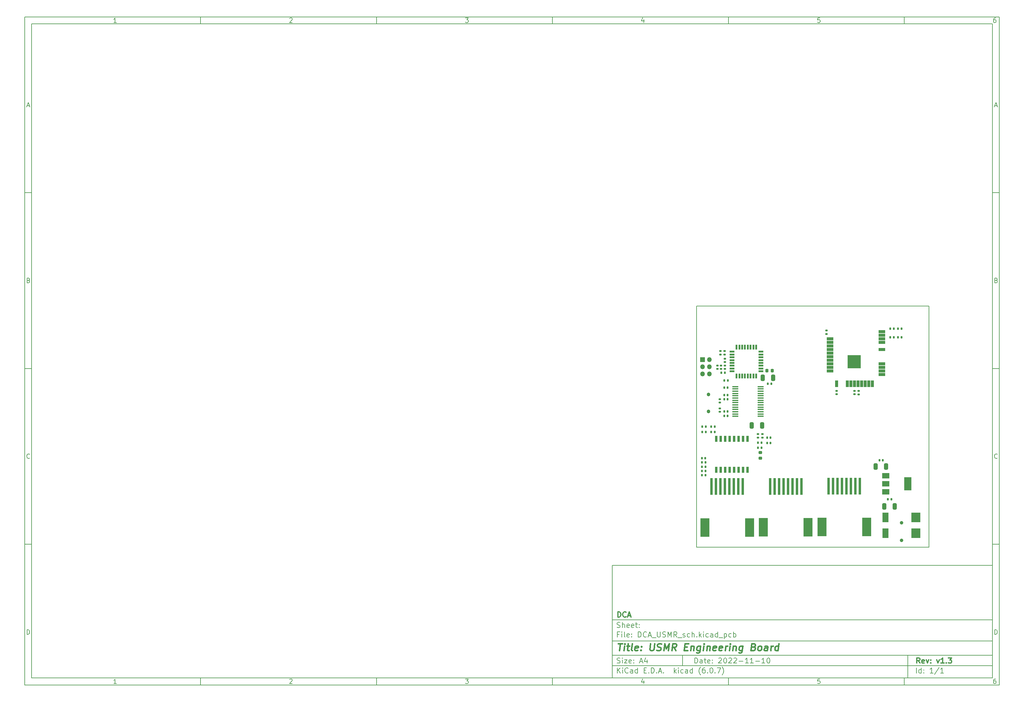
<source format=gts>
%TF.GenerationSoftware,KiCad,Pcbnew,(6.0.7)*%
%TF.CreationDate,2023-02-07T14:26:13-05:00*%
%TF.ProjectId,DCA_USMR_sch,4443415f-5553-44d5-925f-7363682e6b69,v1.3*%
%TF.SameCoordinates,Original*%
%TF.FileFunction,Soldermask,Top*%
%TF.FilePolarity,Negative*%
%FSLAX46Y46*%
G04 Gerber Fmt 4.6, Leading zero omitted, Abs format (unit mm)*
G04 Created by KiCad (PCBNEW (6.0.7)) date 2023-02-07 14:26:13*
%MOMM*%
%LPD*%
G01*
G04 APERTURE LIST*
G04 Aperture macros list*
%AMRoundRect*
0 Rectangle with rounded corners*
0 $1 Rounding radius*
0 $2 $3 $4 $5 $6 $7 $8 $9 X,Y pos of 4 corners*
0 Add a 4 corners polygon primitive as box body*
4,1,4,$2,$3,$4,$5,$6,$7,$8,$9,$2,$3,0*
0 Add four circle primitives for the rounded corners*
1,1,$1+$1,$2,$3*
1,1,$1+$1,$4,$5*
1,1,$1+$1,$6,$7*
1,1,$1+$1,$8,$9*
0 Add four rect primitives between the rounded corners*
20,1,$1+$1,$2,$3,$4,$5,0*
20,1,$1+$1,$4,$5,$6,$7,0*
20,1,$1+$1,$6,$7,$8,$9,0*
20,1,$1+$1,$8,$9,$2,$3,0*%
G04 Aperture macros list end*
%ADD10C,0.100000*%
%ADD11C,0.150000*%
%ADD12C,0.300000*%
%ADD13C,0.400000*%
%TA.AperFunction,Profile*%
%ADD14C,0.200000*%
%TD*%
%ADD15RoundRect,0.140000X-0.170000X0.140000X-0.170000X-0.140000X0.170000X-0.140000X0.170000X0.140000X0*%
%ADD16RoundRect,0.140000X-0.140000X-0.170000X0.140000X-0.170000X0.140000X0.170000X-0.140000X0.170000X0*%
%ADD17RoundRect,0.140000X0.140000X0.170000X-0.140000X0.170000X-0.140000X-0.170000X0.140000X-0.170000X0*%
%ADD18R,0.760000X1.700000*%
%ADD19RoundRect,0.250000X0.325000X0.650000X-0.325000X0.650000X-0.325000X-0.650000X0.325000X-0.650000X0*%
%ADD20RoundRect,0.147500X-0.147500X-0.172500X0.147500X-0.172500X0.147500X0.172500X-0.147500X0.172500X0*%
%ADD21RoundRect,0.135000X0.135000X0.185000X-0.135000X0.185000X-0.135000X-0.185000X0.135000X-0.185000X0*%
%ADD22RoundRect,0.135000X-0.185000X0.135000X-0.185000X-0.135000X0.185000X-0.135000X0.185000X0.135000X0*%
%ADD23R,0.635000X4.749800*%
%ADD24R,2.540000X5.207000*%
%ADD25R,0.507200X1.461999*%
%ADD26R,1.461999X0.507200*%
%ADD27RoundRect,0.147500X0.147500X0.172500X-0.147500X0.172500X-0.147500X-0.172500X0.147500X-0.172500X0*%
%ADD28RoundRect,0.140000X0.170000X-0.140000X0.170000X0.140000X-0.170000X0.140000X-0.170000X-0.140000X0*%
%ADD29C,1.000000*%
%ADD30R,1.700000X2.800000*%
%ADD31R,2.600000X2.800000*%
%ADD32R,2.000000X1.500000*%
%ADD33R,2.000000X3.800000*%
%ADD34RoundRect,0.250000X-0.325000X-0.650000X0.325000X-0.650000X0.325000X0.650000X-0.325000X0.650000X0*%
%ADD35RoundRect,0.135000X-0.135000X-0.185000X0.135000X-0.185000X0.135000X0.185000X-0.135000X0.185000X0*%
%ADD36R,1.905000X0.812800*%
%ADD37R,0.812800X1.905000*%
%ADD38R,3.708400X3.708400*%
%ADD39R,1.750000X0.450000*%
%ADD40R,1.350000X1.350000*%
%ADD41O,1.350000X1.350000*%
%ADD42RoundRect,0.218750X-0.256250X0.218750X-0.256250X-0.218750X0.256250X-0.218750X0.256250X0.218750X0*%
%ADD43RoundRect,0.135000X0.185000X-0.135000X0.185000X0.135000X-0.185000X0.135000X-0.185000X-0.135000X0*%
%ADD44RoundRect,0.218750X0.218750X0.256250X-0.218750X0.256250X-0.218750X-0.256250X0.218750X-0.256250X0*%
%ADD45C,1.030000*%
G04 APERTURE END LIST*
D10*
D11*
X177002200Y-166007200D02*
X177002200Y-198007200D01*
X285002200Y-198007200D01*
X285002200Y-166007200D01*
X177002200Y-166007200D01*
D10*
D11*
X10000000Y-10000000D02*
X10000000Y-200007200D01*
X287002200Y-200007200D01*
X287002200Y-10000000D01*
X10000000Y-10000000D01*
D10*
D11*
X12000000Y-12000000D02*
X12000000Y-198007200D01*
X285002200Y-198007200D01*
X285002200Y-12000000D01*
X12000000Y-12000000D01*
D10*
D11*
X60000000Y-12000000D02*
X60000000Y-10000000D01*
D10*
D11*
X110000000Y-12000000D02*
X110000000Y-10000000D01*
D10*
D11*
X160000000Y-12000000D02*
X160000000Y-10000000D01*
D10*
D11*
X210000000Y-12000000D02*
X210000000Y-10000000D01*
D10*
D11*
X260000000Y-12000000D02*
X260000000Y-10000000D01*
D10*
D11*
X36065476Y-11588095D02*
X35322619Y-11588095D01*
X35694047Y-11588095D02*
X35694047Y-10288095D01*
X35570238Y-10473809D01*
X35446428Y-10597619D01*
X35322619Y-10659523D01*
D10*
D11*
X85322619Y-10411904D02*
X85384523Y-10350000D01*
X85508333Y-10288095D01*
X85817857Y-10288095D01*
X85941666Y-10350000D01*
X86003571Y-10411904D01*
X86065476Y-10535714D01*
X86065476Y-10659523D01*
X86003571Y-10845238D01*
X85260714Y-11588095D01*
X86065476Y-11588095D01*
D10*
D11*
X135260714Y-10288095D02*
X136065476Y-10288095D01*
X135632142Y-10783333D01*
X135817857Y-10783333D01*
X135941666Y-10845238D01*
X136003571Y-10907142D01*
X136065476Y-11030952D01*
X136065476Y-11340476D01*
X136003571Y-11464285D01*
X135941666Y-11526190D01*
X135817857Y-11588095D01*
X135446428Y-11588095D01*
X135322619Y-11526190D01*
X135260714Y-11464285D01*
D10*
D11*
X185941666Y-10721428D02*
X185941666Y-11588095D01*
X185632142Y-10226190D02*
X185322619Y-11154761D01*
X186127380Y-11154761D01*
D10*
D11*
X236003571Y-10288095D02*
X235384523Y-10288095D01*
X235322619Y-10907142D01*
X235384523Y-10845238D01*
X235508333Y-10783333D01*
X235817857Y-10783333D01*
X235941666Y-10845238D01*
X236003571Y-10907142D01*
X236065476Y-11030952D01*
X236065476Y-11340476D01*
X236003571Y-11464285D01*
X235941666Y-11526190D01*
X235817857Y-11588095D01*
X235508333Y-11588095D01*
X235384523Y-11526190D01*
X235322619Y-11464285D01*
D10*
D11*
X285941666Y-10288095D02*
X285694047Y-10288095D01*
X285570238Y-10350000D01*
X285508333Y-10411904D01*
X285384523Y-10597619D01*
X285322619Y-10845238D01*
X285322619Y-11340476D01*
X285384523Y-11464285D01*
X285446428Y-11526190D01*
X285570238Y-11588095D01*
X285817857Y-11588095D01*
X285941666Y-11526190D01*
X286003571Y-11464285D01*
X286065476Y-11340476D01*
X286065476Y-11030952D01*
X286003571Y-10907142D01*
X285941666Y-10845238D01*
X285817857Y-10783333D01*
X285570238Y-10783333D01*
X285446428Y-10845238D01*
X285384523Y-10907142D01*
X285322619Y-11030952D01*
D10*
D11*
X60000000Y-198007200D02*
X60000000Y-200007200D01*
D10*
D11*
X110000000Y-198007200D02*
X110000000Y-200007200D01*
D10*
D11*
X160000000Y-198007200D02*
X160000000Y-200007200D01*
D10*
D11*
X210000000Y-198007200D02*
X210000000Y-200007200D01*
D10*
D11*
X260000000Y-198007200D02*
X260000000Y-200007200D01*
D10*
D11*
X36065476Y-199595295D02*
X35322619Y-199595295D01*
X35694047Y-199595295D02*
X35694047Y-198295295D01*
X35570238Y-198481009D01*
X35446428Y-198604819D01*
X35322619Y-198666723D01*
D10*
D11*
X85322619Y-198419104D02*
X85384523Y-198357200D01*
X85508333Y-198295295D01*
X85817857Y-198295295D01*
X85941666Y-198357200D01*
X86003571Y-198419104D01*
X86065476Y-198542914D01*
X86065476Y-198666723D01*
X86003571Y-198852438D01*
X85260714Y-199595295D01*
X86065476Y-199595295D01*
D10*
D11*
X135260714Y-198295295D02*
X136065476Y-198295295D01*
X135632142Y-198790533D01*
X135817857Y-198790533D01*
X135941666Y-198852438D01*
X136003571Y-198914342D01*
X136065476Y-199038152D01*
X136065476Y-199347676D01*
X136003571Y-199471485D01*
X135941666Y-199533390D01*
X135817857Y-199595295D01*
X135446428Y-199595295D01*
X135322619Y-199533390D01*
X135260714Y-199471485D01*
D10*
D11*
X185941666Y-198728628D02*
X185941666Y-199595295D01*
X185632142Y-198233390D02*
X185322619Y-199161961D01*
X186127380Y-199161961D01*
D10*
D11*
X236003571Y-198295295D02*
X235384523Y-198295295D01*
X235322619Y-198914342D01*
X235384523Y-198852438D01*
X235508333Y-198790533D01*
X235817857Y-198790533D01*
X235941666Y-198852438D01*
X236003571Y-198914342D01*
X236065476Y-199038152D01*
X236065476Y-199347676D01*
X236003571Y-199471485D01*
X235941666Y-199533390D01*
X235817857Y-199595295D01*
X235508333Y-199595295D01*
X235384523Y-199533390D01*
X235322619Y-199471485D01*
D10*
D11*
X285941666Y-198295295D02*
X285694047Y-198295295D01*
X285570238Y-198357200D01*
X285508333Y-198419104D01*
X285384523Y-198604819D01*
X285322619Y-198852438D01*
X285322619Y-199347676D01*
X285384523Y-199471485D01*
X285446428Y-199533390D01*
X285570238Y-199595295D01*
X285817857Y-199595295D01*
X285941666Y-199533390D01*
X286003571Y-199471485D01*
X286065476Y-199347676D01*
X286065476Y-199038152D01*
X286003571Y-198914342D01*
X285941666Y-198852438D01*
X285817857Y-198790533D01*
X285570238Y-198790533D01*
X285446428Y-198852438D01*
X285384523Y-198914342D01*
X285322619Y-199038152D01*
D10*
D11*
X10000000Y-60000000D02*
X12000000Y-60000000D01*
D10*
D11*
X10000000Y-110000000D02*
X12000000Y-110000000D01*
D10*
D11*
X10000000Y-160000000D02*
X12000000Y-160000000D01*
D10*
D11*
X10690476Y-35216666D02*
X11309523Y-35216666D01*
X10566666Y-35588095D02*
X11000000Y-34288095D01*
X11433333Y-35588095D01*
D10*
D11*
X11092857Y-84907142D02*
X11278571Y-84969047D01*
X11340476Y-85030952D01*
X11402380Y-85154761D01*
X11402380Y-85340476D01*
X11340476Y-85464285D01*
X11278571Y-85526190D01*
X11154761Y-85588095D01*
X10659523Y-85588095D01*
X10659523Y-84288095D01*
X11092857Y-84288095D01*
X11216666Y-84350000D01*
X11278571Y-84411904D01*
X11340476Y-84535714D01*
X11340476Y-84659523D01*
X11278571Y-84783333D01*
X11216666Y-84845238D01*
X11092857Y-84907142D01*
X10659523Y-84907142D01*
D10*
D11*
X11402380Y-135464285D02*
X11340476Y-135526190D01*
X11154761Y-135588095D01*
X11030952Y-135588095D01*
X10845238Y-135526190D01*
X10721428Y-135402380D01*
X10659523Y-135278571D01*
X10597619Y-135030952D01*
X10597619Y-134845238D01*
X10659523Y-134597619D01*
X10721428Y-134473809D01*
X10845238Y-134350000D01*
X11030952Y-134288095D01*
X11154761Y-134288095D01*
X11340476Y-134350000D01*
X11402380Y-134411904D01*
D10*
D11*
X10659523Y-185588095D02*
X10659523Y-184288095D01*
X10969047Y-184288095D01*
X11154761Y-184350000D01*
X11278571Y-184473809D01*
X11340476Y-184597619D01*
X11402380Y-184845238D01*
X11402380Y-185030952D01*
X11340476Y-185278571D01*
X11278571Y-185402380D01*
X11154761Y-185526190D01*
X10969047Y-185588095D01*
X10659523Y-185588095D01*
D10*
D11*
X287002200Y-60000000D02*
X285002200Y-60000000D01*
D10*
D11*
X287002200Y-110000000D02*
X285002200Y-110000000D01*
D10*
D11*
X287002200Y-160000000D02*
X285002200Y-160000000D01*
D10*
D11*
X285692676Y-35216666D02*
X286311723Y-35216666D01*
X285568866Y-35588095D02*
X286002200Y-34288095D01*
X286435533Y-35588095D01*
D10*
D11*
X286095057Y-84907142D02*
X286280771Y-84969047D01*
X286342676Y-85030952D01*
X286404580Y-85154761D01*
X286404580Y-85340476D01*
X286342676Y-85464285D01*
X286280771Y-85526190D01*
X286156961Y-85588095D01*
X285661723Y-85588095D01*
X285661723Y-84288095D01*
X286095057Y-84288095D01*
X286218866Y-84350000D01*
X286280771Y-84411904D01*
X286342676Y-84535714D01*
X286342676Y-84659523D01*
X286280771Y-84783333D01*
X286218866Y-84845238D01*
X286095057Y-84907142D01*
X285661723Y-84907142D01*
D10*
D11*
X286404580Y-135464285D02*
X286342676Y-135526190D01*
X286156961Y-135588095D01*
X286033152Y-135588095D01*
X285847438Y-135526190D01*
X285723628Y-135402380D01*
X285661723Y-135278571D01*
X285599819Y-135030952D01*
X285599819Y-134845238D01*
X285661723Y-134597619D01*
X285723628Y-134473809D01*
X285847438Y-134350000D01*
X286033152Y-134288095D01*
X286156961Y-134288095D01*
X286342676Y-134350000D01*
X286404580Y-134411904D01*
D10*
D11*
X285661723Y-185588095D02*
X285661723Y-184288095D01*
X285971247Y-184288095D01*
X286156961Y-184350000D01*
X286280771Y-184473809D01*
X286342676Y-184597619D01*
X286404580Y-184845238D01*
X286404580Y-185030952D01*
X286342676Y-185278571D01*
X286280771Y-185402380D01*
X286156961Y-185526190D01*
X285971247Y-185588095D01*
X285661723Y-185588095D01*
D10*
D11*
X200434342Y-193785771D02*
X200434342Y-192285771D01*
X200791485Y-192285771D01*
X201005771Y-192357200D01*
X201148628Y-192500057D01*
X201220057Y-192642914D01*
X201291485Y-192928628D01*
X201291485Y-193142914D01*
X201220057Y-193428628D01*
X201148628Y-193571485D01*
X201005771Y-193714342D01*
X200791485Y-193785771D01*
X200434342Y-193785771D01*
X202577200Y-193785771D02*
X202577200Y-193000057D01*
X202505771Y-192857200D01*
X202362914Y-192785771D01*
X202077200Y-192785771D01*
X201934342Y-192857200D01*
X202577200Y-193714342D02*
X202434342Y-193785771D01*
X202077200Y-193785771D01*
X201934342Y-193714342D01*
X201862914Y-193571485D01*
X201862914Y-193428628D01*
X201934342Y-193285771D01*
X202077200Y-193214342D01*
X202434342Y-193214342D01*
X202577200Y-193142914D01*
X203077200Y-192785771D02*
X203648628Y-192785771D01*
X203291485Y-192285771D02*
X203291485Y-193571485D01*
X203362914Y-193714342D01*
X203505771Y-193785771D01*
X203648628Y-193785771D01*
X204720057Y-193714342D02*
X204577200Y-193785771D01*
X204291485Y-193785771D01*
X204148628Y-193714342D01*
X204077200Y-193571485D01*
X204077200Y-193000057D01*
X204148628Y-192857200D01*
X204291485Y-192785771D01*
X204577200Y-192785771D01*
X204720057Y-192857200D01*
X204791485Y-193000057D01*
X204791485Y-193142914D01*
X204077200Y-193285771D01*
X205434342Y-193642914D02*
X205505771Y-193714342D01*
X205434342Y-193785771D01*
X205362914Y-193714342D01*
X205434342Y-193642914D01*
X205434342Y-193785771D01*
X205434342Y-192857200D02*
X205505771Y-192928628D01*
X205434342Y-193000057D01*
X205362914Y-192928628D01*
X205434342Y-192857200D01*
X205434342Y-193000057D01*
X207220057Y-192428628D02*
X207291485Y-192357200D01*
X207434342Y-192285771D01*
X207791485Y-192285771D01*
X207934342Y-192357200D01*
X208005771Y-192428628D01*
X208077200Y-192571485D01*
X208077200Y-192714342D01*
X208005771Y-192928628D01*
X207148628Y-193785771D01*
X208077200Y-193785771D01*
X209005771Y-192285771D02*
X209148628Y-192285771D01*
X209291485Y-192357200D01*
X209362914Y-192428628D01*
X209434342Y-192571485D01*
X209505771Y-192857200D01*
X209505771Y-193214342D01*
X209434342Y-193500057D01*
X209362914Y-193642914D01*
X209291485Y-193714342D01*
X209148628Y-193785771D01*
X209005771Y-193785771D01*
X208862914Y-193714342D01*
X208791485Y-193642914D01*
X208720057Y-193500057D01*
X208648628Y-193214342D01*
X208648628Y-192857200D01*
X208720057Y-192571485D01*
X208791485Y-192428628D01*
X208862914Y-192357200D01*
X209005771Y-192285771D01*
X210077200Y-192428628D02*
X210148628Y-192357200D01*
X210291485Y-192285771D01*
X210648628Y-192285771D01*
X210791485Y-192357200D01*
X210862914Y-192428628D01*
X210934342Y-192571485D01*
X210934342Y-192714342D01*
X210862914Y-192928628D01*
X210005771Y-193785771D01*
X210934342Y-193785771D01*
X211505771Y-192428628D02*
X211577200Y-192357200D01*
X211720057Y-192285771D01*
X212077200Y-192285771D01*
X212220057Y-192357200D01*
X212291485Y-192428628D01*
X212362914Y-192571485D01*
X212362914Y-192714342D01*
X212291485Y-192928628D01*
X211434342Y-193785771D01*
X212362914Y-193785771D01*
X213005771Y-193214342D02*
X214148628Y-193214342D01*
X215648628Y-193785771D02*
X214791485Y-193785771D01*
X215220057Y-193785771D02*
X215220057Y-192285771D01*
X215077200Y-192500057D01*
X214934342Y-192642914D01*
X214791485Y-192714342D01*
X217077200Y-193785771D02*
X216220057Y-193785771D01*
X216648628Y-193785771D02*
X216648628Y-192285771D01*
X216505771Y-192500057D01*
X216362914Y-192642914D01*
X216220057Y-192714342D01*
X217720057Y-193214342D02*
X218862914Y-193214342D01*
X220362914Y-193785771D02*
X219505771Y-193785771D01*
X219934342Y-193785771D02*
X219934342Y-192285771D01*
X219791485Y-192500057D01*
X219648628Y-192642914D01*
X219505771Y-192714342D01*
X221291485Y-192285771D02*
X221434342Y-192285771D01*
X221577200Y-192357200D01*
X221648628Y-192428628D01*
X221720057Y-192571485D01*
X221791485Y-192857200D01*
X221791485Y-193214342D01*
X221720057Y-193500057D01*
X221648628Y-193642914D01*
X221577200Y-193714342D01*
X221434342Y-193785771D01*
X221291485Y-193785771D01*
X221148628Y-193714342D01*
X221077200Y-193642914D01*
X221005771Y-193500057D01*
X220934342Y-193214342D01*
X220934342Y-192857200D01*
X221005771Y-192571485D01*
X221077200Y-192428628D01*
X221148628Y-192357200D01*
X221291485Y-192285771D01*
D10*
D11*
X177002200Y-194507200D02*
X285002200Y-194507200D01*
D10*
D11*
X178434342Y-196585771D02*
X178434342Y-195085771D01*
X179291485Y-196585771D02*
X178648628Y-195728628D01*
X179291485Y-195085771D02*
X178434342Y-195942914D01*
X179934342Y-196585771D02*
X179934342Y-195585771D01*
X179934342Y-195085771D02*
X179862914Y-195157200D01*
X179934342Y-195228628D01*
X180005771Y-195157200D01*
X179934342Y-195085771D01*
X179934342Y-195228628D01*
X181505771Y-196442914D02*
X181434342Y-196514342D01*
X181220057Y-196585771D01*
X181077200Y-196585771D01*
X180862914Y-196514342D01*
X180720057Y-196371485D01*
X180648628Y-196228628D01*
X180577200Y-195942914D01*
X180577200Y-195728628D01*
X180648628Y-195442914D01*
X180720057Y-195300057D01*
X180862914Y-195157200D01*
X181077200Y-195085771D01*
X181220057Y-195085771D01*
X181434342Y-195157200D01*
X181505771Y-195228628D01*
X182791485Y-196585771D02*
X182791485Y-195800057D01*
X182720057Y-195657200D01*
X182577200Y-195585771D01*
X182291485Y-195585771D01*
X182148628Y-195657200D01*
X182791485Y-196514342D02*
X182648628Y-196585771D01*
X182291485Y-196585771D01*
X182148628Y-196514342D01*
X182077200Y-196371485D01*
X182077200Y-196228628D01*
X182148628Y-196085771D01*
X182291485Y-196014342D01*
X182648628Y-196014342D01*
X182791485Y-195942914D01*
X184148628Y-196585771D02*
X184148628Y-195085771D01*
X184148628Y-196514342D02*
X184005771Y-196585771D01*
X183720057Y-196585771D01*
X183577200Y-196514342D01*
X183505771Y-196442914D01*
X183434342Y-196300057D01*
X183434342Y-195871485D01*
X183505771Y-195728628D01*
X183577200Y-195657200D01*
X183720057Y-195585771D01*
X184005771Y-195585771D01*
X184148628Y-195657200D01*
X186005771Y-195800057D02*
X186505771Y-195800057D01*
X186720057Y-196585771D02*
X186005771Y-196585771D01*
X186005771Y-195085771D01*
X186720057Y-195085771D01*
X187362914Y-196442914D02*
X187434342Y-196514342D01*
X187362914Y-196585771D01*
X187291485Y-196514342D01*
X187362914Y-196442914D01*
X187362914Y-196585771D01*
X188077200Y-196585771D02*
X188077200Y-195085771D01*
X188434342Y-195085771D01*
X188648628Y-195157200D01*
X188791485Y-195300057D01*
X188862914Y-195442914D01*
X188934342Y-195728628D01*
X188934342Y-195942914D01*
X188862914Y-196228628D01*
X188791485Y-196371485D01*
X188648628Y-196514342D01*
X188434342Y-196585771D01*
X188077200Y-196585771D01*
X189577200Y-196442914D02*
X189648628Y-196514342D01*
X189577200Y-196585771D01*
X189505771Y-196514342D01*
X189577200Y-196442914D01*
X189577200Y-196585771D01*
X190220057Y-196157200D02*
X190934342Y-196157200D01*
X190077200Y-196585771D02*
X190577200Y-195085771D01*
X191077200Y-196585771D01*
X191577200Y-196442914D02*
X191648628Y-196514342D01*
X191577200Y-196585771D01*
X191505771Y-196514342D01*
X191577200Y-196442914D01*
X191577200Y-196585771D01*
X194577200Y-196585771D02*
X194577200Y-195085771D01*
X194720057Y-196014342D02*
X195148628Y-196585771D01*
X195148628Y-195585771D02*
X194577200Y-196157200D01*
X195791485Y-196585771D02*
X195791485Y-195585771D01*
X195791485Y-195085771D02*
X195720057Y-195157200D01*
X195791485Y-195228628D01*
X195862914Y-195157200D01*
X195791485Y-195085771D01*
X195791485Y-195228628D01*
X197148628Y-196514342D02*
X197005771Y-196585771D01*
X196720057Y-196585771D01*
X196577200Y-196514342D01*
X196505771Y-196442914D01*
X196434342Y-196300057D01*
X196434342Y-195871485D01*
X196505771Y-195728628D01*
X196577200Y-195657200D01*
X196720057Y-195585771D01*
X197005771Y-195585771D01*
X197148628Y-195657200D01*
X198434342Y-196585771D02*
X198434342Y-195800057D01*
X198362914Y-195657200D01*
X198220057Y-195585771D01*
X197934342Y-195585771D01*
X197791485Y-195657200D01*
X198434342Y-196514342D02*
X198291485Y-196585771D01*
X197934342Y-196585771D01*
X197791485Y-196514342D01*
X197720057Y-196371485D01*
X197720057Y-196228628D01*
X197791485Y-196085771D01*
X197934342Y-196014342D01*
X198291485Y-196014342D01*
X198434342Y-195942914D01*
X199791485Y-196585771D02*
X199791485Y-195085771D01*
X199791485Y-196514342D02*
X199648628Y-196585771D01*
X199362914Y-196585771D01*
X199220057Y-196514342D01*
X199148628Y-196442914D01*
X199077200Y-196300057D01*
X199077200Y-195871485D01*
X199148628Y-195728628D01*
X199220057Y-195657200D01*
X199362914Y-195585771D01*
X199648628Y-195585771D01*
X199791485Y-195657200D01*
X202077200Y-197157200D02*
X202005771Y-197085771D01*
X201862914Y-196871485D01*
X201791485Y-196728628D01*
X201720057Y-196514342D01*
X201648628Y-196157200D01*
X201648628Y-195871485D01*
X201720057Y-195514342D01*
X201791485Y-195300057D01*
X201862914Y-195157200D01*
X202005771Y-194942914D01*
X202077200Y-194871485D01*
X203291485Y-195085771D02*
X203005771Y-195085771D01*
X202862914Y-195157200D01*
X202791485Y-195228628D01*
X202648628Y-195442914D01*
X202577200Y-195728628D01*
X202577200Y-196300057D01*
X202648628Y-196442914D01*
X202720057Y-196514342D01*
X202862914Y-196585771D01*
X203148628Y-196585771D01*
X203291485Y-196514342D01*
X203362914Y-196442914D01*
X203434342Y-196300057D01*
X203434342Y-195942914D01*
X203362914Y-195800057D01*
X203291485Y-195728628D01*
X203148628Y-195657200D01*
X202862914Y-195657200D01*
X202720057Y-195728628D01*
X202648628Y-195800057D01*
X202577200Y-195942914D01*
X204077200Y-196442914D02*
X204148628Y-196514342D01*
X204077200Y-196585771D01*
X204005771Y-196514342D01*
X204077200Y-196442914D01*
X204077200Y-196585771D01*
X205077200Y-195085771D02*
X205220057Y-195085771D01*
X205362914Y-195157200D01*
X205434342Y-195228628D01*
X205505771Y-195371485D01*
X205577200Y-195657200D01*
X205577200Y-196014342D01*
X205505771Y-196300057D01*
X205434342Y-196442914D01*
X205362914Y-196514342D01*
X205220057Y-196585771D01*
X205077200Y-196585771D01*
X204934342Y-196514342D01*
X204862914Y-196442914D01*
X204791485Y-196300057D01*
X204720057Y-196014342D01*
X204720057Y-195657200D01*
X204791485Y-195371485D01*
X204862914Y-195228628D01*
X204934342Y-195157200D01*
X205077200Y-195085771D01*
X206220057Y-196442914D02*
X206291485Y-196514342D01*
X206220057Y-196585771D01*
X206148628Y-196514342D01*
X206220057Y-196442914D01*
X206220057Y-196585771D01*
X206791485Y-195085771D02*
X207791485Y-195085771D01*
X207148628Y-196585771D01*
X208220057Y-197157200D02*
X208291485Y-197085771D01*
X208434342Y-196871485D01*
X208505771Y-196728628D01*
X208577200Y-196514342D01*
X208648628Y-196157200D01*
X208648628Y-195871485D01*
X208577200Y-195514342D01*
X208505771Y-195300057D01*
X208434342Y-195157200D01*
X208291485Y-194942914D01*
X208220057Y-194871485D01*
D10*
D11*
X177002200Y-191507200D02*
X285002200Y-191507200D01*
D10*
D12*
X264411485Y-193785771D02*
X263911485Y-193071485D01*
X263554342Y-193785771D02*
X263554342Y-192285771D01*
X264125771Y-192285771D01*
X264268628Y-192357200D01*
X264340057Y-192428628D01*
X264411485Y-192571485D01*
X264411485Y-192785771D01*
X264340057Y-192928628D01*
X264268628Y-193000057D01*
X264125771Y-193071485D01*
X263554342Y-193071485D01*
X265625771Y-193714342D02*
X265482914Y-193785771D01*
X265197200Y-193785771D01*
X265054342Y-193714342D01*
X264982914Y-193571485D01*
X264982914Y-193000057D01*
X265054342Y-192857200D01*
X265197200Y-192785771D01*
X265482914Y-192785771D01*
X265625771Y-192857200D01*
X265697200Y-193000057D01*
X265697200Y-193142914D01*
X264982914Y-193285771D01*
X266197200Y-192785771D02*
X266554342Y-193785771D01*
X266911485Y-192785771D01*
X267482914Y-193642914D02*
X267554342Y-193714342D01*
X267482914Y-193785771D01*
X267411485Y-193714342D01*
X267482914Y-193642914D01*
X267482914Y-193785771D01*
X267482914Y-192857200D02*
X267554342Y-192928628D01*
X267482914Y-193000057D01*
X267411485Y-192928628D01*
X267482914Y-192857200D01*
X267482914Y-193000057D01*
X269197200Y-192785771D02*
X269554342Y-193785771D01*
X269911485Y-192785771D01*
X271268628Y-193785771D02*
X270411485Y-193785771D01*
X270840057Y-193785771D02*
X270840057Y-192285771D01*
X270697200Y-192500057D01*
X270554342Y-192642914D01*
X270411485Y-192714342D01*
X271911485Y-193642914D02*
X271982914Y-193714342D01*
X271911485Y-193785771D01*
X271840057Y-193714342D01*
X271911485Y-193642914D01*
X271911485Y-193785771D01*
X272482914Y-192285771D02*
X273411485Y-192285771D01*
X272911485Y-192857200D01*
X273125771Y-192857200D01*
X273268628Y-192928628D01*
X273340057Y-193000057D01*
X273411485Y-193142914D01*
X273411485Y-193500057D01*
X273340057Y-193642914D01*
X273268628Y-193714342D01*
X273125771Y-193785771D01*
X272697200Y-193785771D01*
X272554342Y-193714342D01*
X272482914Y-193642914D01*
D10*
D11*
X178362914Y-193714342D02*
X178577200Y-193785771D01*
X178934342Y-193785771D01*
X179077200Y-193714342D01*
X179148628Y-193642914D01*
X179220057Y-193500057D01*
X179220057Y-193357200D01*
X179148628Y-193214342D01*
X179077200Y-193142914D01*
X178934342Y-193071485D01*
X178648628Y-193000057D01*
X178505771Y-192928628D01*
X178434342Y-192857200D01*
X178362914Y-192714342D01*
X178362914Y-192571485D01*
X178434342Y-192428628D01*
X178505771Y-192357200D01*
X178648628Y-192285771D01*
X179005771Y-192285771D01*
X179220057Y-192357200D01*
X179862914Y-193785771D02*
X179862914Y-192785771D01*
X179862914Y-192285771D02*
X179791485Y-192357200D01*
X179862914Y-192428628D01*
X179934342Y-192357200D01*
X179862914Y-192285771D01*
X179862914Y-192428628D01*
X180434342Y-192785771D02*
X181220057Y-192785771D01*
X180434342Y-193785771D01*
X181220057Y-193785771D01*
X182362914Y-193714342D02*
X182220057Y-193785771D01*
X181934342Y-193785771D01*
X181791485Y-193714342D01*
X181720057Y-193571485D01*
X181720057Y-193000057D01*
X181791485Y-192857200D01*
X181934342Y-192785771D01*
X182220057Y-192785771D01*
X182362914Y-192857200D01*
X182434342Y-193000057D01*
X182434342Y-193142914D01*
X181720057Y-193285771D01*
X183077200Y-193642914D02*
X183148628Y-193714342D01*
X183077200Y-193785771D01*
X183005771Y-193714342D01*
X183077200Y-193642914D01*
X183077200Y-193785771D01*
X183077200Y-192857200D02*
X183148628Y-192928628D01*
X183077200Y-193000057D01*
X183005771Y-192928628D01*
X183077200Y-192857200D01*
X183077200Y-193000057D01*
X184862914Y-193357200D02*
X185577200Y-193357200D01*
X184720057Y-193785771D02*
X185220057Y-192285771D01*
X185720057Y-193785771D01*
X186862914Y-192785771D02*
X186862914Y-193785771D01*
X186505771Y-192214342D02*
X186148628Y-193285771D01*
X187077200Y-193285771D01*
D10*
D11*
X263434342Y-196585771D02*
X263434342Y-195085771D01*
X264791485Y-196585771D02*
X264791485Y-195085771D01*
X264791485Y-196514342D02*
X264648628Y-196585771D01*
X264362914Y-196585771D01*
X264220057Y-196514342D01*
X264148628Y-196442914D01*
X264077200Y-196300057D01*
X264077200Y-195871485D01*
X264148628Y-195728628D01*
X264220057Y-195657200D01*
X264362914Y-195585771D01*
X264648628Y-195585771D01*
X264791485Y-195657200D01*
X265505771Y-196442914D02*
X265577200Y-196514342D01*
X265505771Y-196585771D01*
X265434342Y-196514342D01*
X265505771Y-196442914D01*
X265505771Y-196585771D01*
X265505771Y-195657200D02*
X265577200Y-195728628D01*
X265505771Y-195800057D01*
X265434342Y-195728628D01*
X265505771Y-195657200D01*
X265505771Y-195800057D01*
X268148628Y-196585771D02*
X267291485Y-196585771D01*
X267720057Y-196585771D02*
X267720057Y-195085771D01*
X267577200Y-195300057D01*
X267434342Y-195442914D01*
X267291485Y-195514342D01*
X269862914Y-195014342D02*
X268577200Y-196942914D01*
X271148628Y-196585771D02*
X270291485Y-196585771D01*
X270720057Y-196585771D02*
X270720057Y-195085771D01*
X270577200Y-195300057D01*
X270434342Y-195442914D01*
X270291485Y-195514342D01*
D10*
D11*
X177002200Y-187507200D02*
X285002200Y-187507200D01*
D10*
D13*
X178714580Y-188211961D02*
X179857438Y-188211961D01*
X179036009Y-190211961D02*
X179286009Y-188211961D01*
X180274104Y-190211961D02*
X180440771Y-188878628D01*
X180524104Y-188211961D02*
X180416961Y-188307200D01*
X180500295Y-188402438D01*
X180607438Y-188307200D01*
X180524104Y-188211961D01*
X180500295Y-188402438D01*
X181107438Y-188878628D02*
X181869342Y-188878628D01*
X181476485Y-188211961D02*
X181262200Y-189926247D01*
X181333628Y-190116723D01*
X181512200Y-190211961D01*
X181702676Y-190211961D01*
X182655057Y-190211961D02*
X182476485Y-190116723D01*
X182405057Y-189926247D01*
X182619342Y-188211961D01*
X184190771Y-190116723D02*
X183988390Y-190211961D01*
X183607438Y-190211961D01*
X183428866Y-190116723D01*
X183357438Y-189926247D01*
X183452676Y-189164342D01*
X183571723Y-188973866D01*
X183774104Y-188878628D01*
X184155057Y-188878628D01*
X184333628Y-188973866D01*
X184405057Y-189164342D01*
X184381247Y-189354819D01*
X183405057Y-189545295D01*
X185155057Y-190021485D02*
X185238390Y-190116723D01*
X185131247Y-190211961D01*
X185047914Y-190116723D01*
X185155057Y-190021485D01*
X185131247Y-190211961D01*
X185286009Y-188973866D02*
X185369342Y-189069104D01*
X185262200Y-189164342D01*
X185178866Y-189069104D01*
X185286009Y-188973866D01*
X185262200Y-189164342D01*
X187857438Y-188211961D02*
X187655057Y-189831009D01*
X187726485Y-190021485D01*
X187809819Y-190116723D01*
X187988390Y-190211961D01*
X188369342Y-190211961D01*
X188571723Y-190116723D01*
X188678866Y-190021485D01*
X188797914Y-189831009D01*
X189000295Y-188211961D01*
X189619342Y-190116723D02*
X189893152Y-190211961D01*
X190369342Y-190211961D01*
X190571723Y-190116723D01*
X190678866Y-190021485D01*
X190797914Y-189831009D01*
X190821723Y-189640533D01*
X190750295Y-189450057D01*
X190666961Y-189354819D01*
X190488390Y-189259580D01*
X190119342Y-189164342D01*
X189940771Y-189069104D01*
X189857438Y-188973866D01*
X189786009Y-188783390D01*
X189809819Y-188592914D01*
X189928866Y-188402438D01*
X190036009Y-188307200D01*
X190238390Y-188211961D01*
X190714580Y-188211961D01*
X190988390Y-188307200D01*
X191607438Y-190211961D02*
X191857438Y-188211961D01*
X192345533Y-189640533D01*
X193190771Y-188211961D01*
X192940771Y-190211961D01*
X195036009Y-190211961D02*
X194488390Y-189259580D01*
X193893152Y-190211961D02*
X194143152Y-188211961D01*
X194905057Y-188211961D01*
X195083628Y-188307200D01*
X195166961Y-188402438D01*
X195238390Y-188592914D01*
X195202676Y-188878628D01*
X195083628Y-189069104D01*
X194976485Y-189164342D01*
X194774104Y-189259580D01*
X194012200Y-189259580D01*
X197547914Y-189164342D02*
X198214580Y-189164342D01*
X198369342Y-190211961D02*
X197416961Y-190211961D01*
X197666961Y-188211961D01*
X198619342Y-188211961D01*
X199393152Y-188878628D02*
X199226485Y-190211961D01*
X199369342Y-189069104D02*
X199476485Y-188973866D01*
X199678866Y-188878628D01*
X199964580Y-188878628D01*
X200143152Y-188973866D01*
X200214580Y-189164342D01*
X200083628Y-190211961D01*
X202059819Y-188878628D02*
X201857438Y-190497676D01*
X201738390Y-190688152D01*
X201631247Y-190783390D01*
X201428866Y-190878628D01*
X201143152Y-190878628D01*
X200964580Y-190783390D01*
X201905057Y-190116723D02*
X201702676Y-190211961D01*
X201321723Y-190211961D01*
X201143152Y-190116723D01*
X201059819Y-190021485D01*
X200988390Y-189831009D01*
X201059819Y-189259580D01*
X201178866Y-189069104D01*
X201286009Y-188973866D01*
X201488390Y-188878628D01*
X201869342Y-188878628D01*
X202047914Y-188973866D01*
X202845533Y-190211961D02*
X203012200Y-188878628D01*
X203095533Y-188211961D02*
X202988390Y-188307200D01*
X203071723Y-188402438D01*
X203178866Y-188307200D01*
X203095533Y-188211961D01*
X203071723Y-188402438D01*
X203964580Y-188878628D02*
X203797914Y-190211961D01*
X203940771Y-189069104D02*
X204047914Y-188973866D01*
X204250295Y-188878628D01*
X204536009Y-188878628D01*
X204714580Y-188973866D01*
X204786009Y-189164342D01*
X204655057Y-190211961D01*
X206381247Y-190116723D02*
X206178866Y-190211961D01*
X205797914Y-190211961D01*
X205619342Y-190116723D01*
X205547914Y-189926247D01*
X205643152Y-189164342D01*
X205762200Y-188973866D01*
X205964580Y-188878628D01*
X206345533Y-188878628D01*
X206524104Y-188973866D01*
X206595533Y-189164342D01*
X206571723Y-189354819D01*
X205595533Y-189545295D01*
X208095533Y-190116723D02*
X207893152Y-190211961D01*
X207512200Y-190211961D01*
X207333628Y-190116723D01*
X207262200Y-189926247D01*
X207357438Y-189164342D01*
X207476485Y-188973866D01*
X207678866Y-188878628D01*
X208059819Y-188878628D01*
X208238390Y-188973866D01*
X208309819Y-189164342D01*
X208286009Y-189354819D01*
X207309819Y-189545295D01*
X209036009Y-190211961D02*
X209202676Y-188878628D01*
X209155057Y-189259580D02*
X209274104Y-189069104D01*
X209381247Y-188973866D01*
X209583628Y-188878628D01*
X209774104Y-188878628D01*
X210274104Y-190211961D02*
X210440771Y-188878628D01*
X210524104Y-188211961D02*
X210416961Y-188307200D01*
X210500295Y-188402438D01*
X210607438Y-188307200D01*
X210524104Y-188211961D01*
X210500295Y-188402438D01*
X211393152Y-188878628D02*
X211226485Y-190211961D01*
X211369342Y-189069104D02*
X211476485Y-188973866D01*
X211678866Y-188878628D01*
X211964580Y-188878628D01*
X212143152Y-188973866D01*
X212214580Y-189164342D01*
X212083628Y-190211961D01*
X214059819Y-188878628D02*
X213857438Y-190497676D01*
X213738390Y-190688152D01*
X213631247Y-190783390D01*
X213428866Y-190878628D01*
X213143152Y-190878628D01*
X212964580Y-190783390D01*
X213905057Y-190116723D02*
X213702676Y-190211961D01*
X213321723Y-190211961D01*
X213143152Y-190116723D01*
X213059819Y-190021485D01*
X212988390Y-189831009D01*
X213059819Y-189259580D01*
X213178866Y-189069104D01*
X213286009Y-188973866D01*
X213488390Y-188878628D01*
X213869342Y-188878628D01*
X214047914Y-188973866D01*
X217166961Y-189164342D02*
X217440771Y-189259580D01*
X217524104Y-189354819D01*
X217595533Y-189545295D01*
X217559819Y-189831009D01*
X217440771Y-190021485D01*
X217333628Y-190116723D01*
X217131247Y-190211961D01*
X216369342Y-190211961D01*
X216619342Y-188211961D01*
X217286009Y-188211961D01*
X217464580Y-188307200D01*
X217547914Y-188402438D01*
X217619342Y-188592914D01*
X217595533Y-188783390D01*
X217476485Y-188973866D01*
X217369342Y-189069104D01*
X217166961Y-189164342D01*
X216500295Y-189164342D01*
X218655057Y-190211961D02*
X218476485Y-190116723D01*
X218393152Y-190021485D01*
X218321723Y-189831009D01*
X218393152Y-189259580D01*
X218512200Y-189069104D01*
X218619342Y-188973866D01*
X218821723Y-188878628D01*
X219107438Y-188878628D01*
X219286009Y-188973866D01*
X219369342Y-189069104D01*
X219440771Y-189259580D01*
X219369342Y-189831009D01*
X219250295Y-190021485D01*
X219143152Y-190116723D01*
X218940771Y-190211961D01*
X218655057Y-190211961D01*
X221036009Y-190211961D02*
X221166961Y-189164342D01*
X221095533Y-188973866D01*
X220916961Y-188878628D01*
X220536009Y-188878628D01*
X220333628Y-188973866D01*
X221047914Y-190116723D02*
X220845533Y-190211961D01*
X220369342Y-190211961D01*
X220190771Y-190116723D01*
X220119342Y-189926247D01*
X220143152Y-189735771D01*
X220262200Y-189545295D01*
X220464580Y-189450057D01*
X220940771Y-189450057D01*
X221143152Y-189354819D01*
X221988390Y-190211961D02*
X222155057Y-188878628D01*
X222107438Y-189259580D02*
X222226485Y-189069104D01*
X222333628Y-188973866D01*
X222536009Y-188878628D01*
X222726485Y-188878628D01*
X224083628Y-190211961D02*
X224333628Y-188211961D01*
X224095533Y-190116723D02*
X223893152Y-190211961D01*
X223512199Y-190211961D01*
X223333628Y-190116723D01*
X223250295Y-190021485D01*
X223178866Y-189831009D01*
X223250295Y-189259580D01*
X223369342Y-189069104D01*
X223476485Y-188973866D01*
X223678866Y-188878628D01*
X224059819Y-188878628D01*
X224238390Y-188973866D01*
D10*
D11*
X178934342Y-185600057D02*
X178434342Y-185600057D01*
X178434342Y-186385771D02*
X178434342Y-184885771D01*
X179148628Y-184885771D01*
X179720057Y-186385771D02*
X179720057Y-185385771D01*
X179720057Y-184885771D02*
X179648628Y-184957200D01*
X179720057Y-185028628D01*
X179791485Y-184957200D01*
X179720057Y-184885771D01*
X179720057Y-185028628D01*
X180648628Y-186385771D02*
X180505771Y-186314342D01*
X180434342Y-186171485D01*
X180434342Y-184885771D01*
X181791485Y-186314342D02*
X181648628Y-186385771D01*
X181362914Y-186385771D01*
X181220057Y-186314342D01*
X181148628Y-186171485D01*
X181148628Y-185600057D01*
X181220057Y-185457200D01*
X181362914Y-185385771D01*
X181648628Y-185385771D01*
X181791485Y-185457200D01*
X181862914Y-185600057D01*
X181862914Y-185742914D01*
X181148628Y-185885771D01*
X182505771Y-186242914D02*
X182577200Y-186314342D01*
X182505771Y-186385771D01*
X182434342Y-186314342D01*
X182505771Y-186242914D01*
X182505771Y-186385771D01*
X182505771Y-185457200D02*
X182577200Y-185528628D01*
X182505771Y-185600057D01*
X182434342Y-185528628D01*
X182505771Y-185457200D01*
X182505771Y-185600057D01*
X184362914Y-186385771D02*
X184362914Y-184885771D01*
X184720057Y-184885771D01*
X184934342Y-184957200D01*
X185077200Y-185100057D01*
X185148628Y-185242914D01*
X185220057Y-185528628D01*
X185220057Y-185742914D01*
X185148628Y-186028628D01*
X185077200Y-186171485D01*
X184934342Y-186314342D01*
X184720057Y-186385771D01*
X184362914Y-186385771D01*
X186720057Y-186242914D02*
X186648628Y-186314342D01*
X186434342Y-186385771D01*
X186291485Y-186385771D01*
X186077200Y-186314342D01*
X185934342Y-186171485D01*
X185862914Y-186028628D01*
X185791485Y-185742914D01*
X185791485Y-185528628D01*
X185862914Y-185242914D01*
X185934342Y-185100057D01*
X186077200Y-184957200D01*
X186291485Y-184885771D01*
X186434342Y-184885771D01*
X186648628Y-184957200D01*
X186720057Y-185028628D01*
X187291485Y-185957200D02*
X188005771Y-185957200D01*
X187148628Y-186385771D02*
X187648628Y-184885771D01*
X188148628Y-186385771D01*
X188291485Y-186528628D02*
X189434342Y-186528628D01*
X189791485Y-184885771D02*
X189791485Y-186100057D01*
X189862914Y-186242914D01*
X189934342Y-186314342D01*
X190077200Y-186385771D01*
X190362914Y-186385771D01*
X190505771Y-186314342D01*
X190577200Y-186242914D01*
X190648628Y-186100057D01*
X190648628Y-184885771D01*
X191291485Y-186314342D02*
X191505771Y-186385771D01*
X191862914Y-186385771D01*
X192005771Y-186314342D01*
X192077200Y-186242914D01*
X192148628Y-186100057D01*
X192148628Y-185957200D01*
X192077200Y-185814342D01*
X192005771Y-185742914D01*
X191862914Y-185671485D01*
X191577200Y-185600057D01*
X191434342Y-185528628D01*
X191362914Y-185457200D01*
X191291485Y-185314342D01*
X191291485Y-185171485D01*
X191362914Y-185028628D01*
X191434342Y-184957200D01*
X191577200Y-184885771D01*
X191934342Y-184885771D01*
X192148628Y-184957200D01*
X192791485Y-186385771D02*
X192791485Y-184885771D01*
X193291485Y-185957200D01*
X193791485Y-184885771D01*
X193791485Y-186385771D01*
X195362914Y-186385771D02*
X194862914Y-185671485D01*
X194505771Y-186385771D02*
X194505771Y-184885771D01*
X195077200Y-184885771D01*
X195220057Y-184957200D01*
X195291485Y-185028628D01*
X195362914Y-185171485D01*
X195362914Y-185385771D01*
X195291485Y-185528628D01*
X195220057Y-185600057D01*
X195077200Y-185671485D01*
X194505771Y-185671485D01*
X195648628Y-186528628D02*
X196791485Y-186528628D01*
X197077200Y-186314342D02*
X197220057Y-186385771D01*
X197505771Y-186385771D01*
X197648628Y-186314342D01*
X197720057Y-186171485D01*
X197720057Y-186100057D01*
X197648628Y-185957200D01*
X197505771Y-185885771D01*
X197291485Y-185885771D01*
X197148628Y-185814342D01*
X197077200Y-185671485D01*
X197077200Y-185600057D01*
X197148628Y-185457200D01*
X197291485Y-185385771D01*
X197505771Y-185385771D01*
X197648628Y-185457200D01*
X199005771Y-186314342D02*
X198862914Y-186385771D01*
X198577200Y-186385771D01*
X198434342Y-186314342D01*
X198362914Y-186242914D01*
X198291485Y-186100057D01*
X198291485Y-185671485D01*
X198362914Y-185528628D01*
X198434342Y-185457200D01*
X198577200Y-185385771D01*
X198862914Y-185385771D01*
X199005771Y-185457200D01*
X199648628Y-186385771D02*
X199648628Y-184885771D01*
X200291485Y-186385771D02*
X200291485Y-185600057D01*
X200220057Y-185457200D01*
X200077200Y-185385771D01*
X199862914Y-185385771D01*
X199720057Y-185457200D01*
X199648628Y-185528628D01*
X201005771Y-186242914D02*
X201077200Y-186314342D01*
X201005771Y-186385771D01*
X200934342Y-186314342D01*
X201005771Y-186242914D01*
X201005771Y-186385771D01*
X201720057Y-186385771D02*
X201720057Y-184885771D01*
X201862914Y-185814342D02*
X202291485Y-186385771D01*
X202291485Y-185385771D02*
X201720057Y-185957200D01*
X202934342Y-186385771D02*
X202934342Y-185385771D01*
X202934342Y-184885771D02*
X202862914Y-184957200D01*
X202934342Y-185028628D01*
X203005771Y-184957200D01*
X202934342Y-184885771D01*
X202934342Y-185028628D01*
X204291485Y-186314342D02*
X204148628Y-186385771D01*
X203862914Y-186385771D01*
X203720057Y-186314342D01*
X203648628Y-186242914D01*
X203577200Y-186100057D01*
X203577200Y-185671485D01*
X203648628Y-185528628D01*
X203720057Y-185457200D01*
X203862914Y-185385771D01*
X204148628Y-185385771D01*
X204291485Y-185457200D01*
X205577200Y-186385771D02*
X205577200Y-185600057D01*
X205505771Y-185457200D01*
X205362914Y-185385771D01*
X205077200Y-185385771D01*
X204934342Y-185457200D01*
X205577200Y-186314342D02*
X205434342Y-186385771D01*
X205077200Y-186385771D01*
X204934342Y-186314342D01*
X204862914Y-186171485D01*
X204862914Y-186028628D01*
X204934342Y-185885771D01*
X205077200Y-185814342D01*
X205434342Y-185814342D01*
X205577200Y-185742914D01*
X206934342Y-186385771D02*
X206934342Y-184885771D01*
X206934342Y-186314342D02*
X206791485Y-186385771D01*
X206505771Y-186385771D01*
X206362914Y-186314342D01*
X206291485Y-186242914D01*
X206220057Y-186100057D01*
X206220057Y-185671485D01*
X206291485Y-185528628D01*
X206362914Y-185457200D01*
X206505771Y-185385771D01*
X206791485Y-185385771D01*
X206934342Y-185457200D01*
X207291485Y-186528628D02*
X208434342Y-186528628D01*
X208791485Y-185385771D02*
X208791485Y-186885771D01*
X208791485Y-185457200D02*
X208934342Y-185385771D01*
X209220057Y-185385771D01*
X209362914Y-185457200D01*
X209434342Y-185528628D01*
X209505771Y-185671485D01*
X209505771Y-186100057D01*
X209434342Y-186242914D01*
X209362914Y-186314342D01*
X209220057Y-186385771D01*
X208934342Y-186385771D01*
X208791485Y-186314342D01*
X210791485Y-186314342D02*
X210648628Y-186385771D01*
X210362914Y-186385771D01*
X210220057Y-186314342D01*
X210148628Y-186242914D01*
X210077200Y-186100057D01*
X210077200Y-185671485D01*
X210148628Y-185528628D01*
X210220057Y-185457200D01*
X210362914Y-185385771D01*
X210648628Y-185385771D01*
X210791485Y-185457200D01*
X211434342Y-186385771D02*
X211434342Y-184885771D01*
X211434342Y-185457200D02*
X211577200Y-185385771D01*
X211862914Y-185385771D01*
X212005771Y-185457200D01*
X212077200Y-185528628D01*
X212148628Y-185671485D01*
X212148628Y-186100057D01*
X212077200Y-186242914D01*
X212005771Y-186314342D01*
X211862914Y-186385771D01*
X211577200Y-186385771D01*
X211434342Y-186314342D01*
D10*
D11*
X177002200Y-181507200D02*
X285002200Y-181507200D01*
D10*
D11*
X178362914Y-183614342D02*
X178577200Y-183685771D01*
X178934342Y-183685771D01*
X179077200Y-183614342D01*
X179148628Y-183542914D01*
X179220057Y-183400057D01*
X179220057Y-183257200D01*
X179148628Y-183114342D01*
X179077200Y-183042914D01*
X178934342Y-182971485D01*
X178648628Y-182900057D01*
X178505771Y-182828628D01*
X178434342Y-182757200D01*
X178362914Y-182614342D01*
X178362914Y-182471485D01*
X178434342Y-182328628D01*
X178505771Y-182257200D01*
X178648628Y-182185771D01*
X179005771Y-182185771D01*
X179220057Y-182257200D01*
X179862914Y-183685771D02*
X179862914Y-182185771D01*
X180505771Y-183685771D02*
X180505771Y-182900057D01*
X180434342Y-182757200D01*
X180291485Y-182685771D01*
X180077200Y-182685771D01*
X179934342Y-182757200D01*
X179862914Y-182828628D01*
X181791485Y-183614342D02*
X181648628Y-183685771D01*
X181362914Y-183685771D01*
X181220057Y-183614342D01*
X181148628Y-183471485D01*
X181148628Y-182900057D01*
X181220057Y-182757200D01*
X181362914Y-182685771D01*
X181648628Y-182685771D01*
X181791485Y-182757200D01*
X181862914Y-182900057D01*
X181862914Y-183042914D01*
X181148628Y-183185771D01*
X183077200Y-183614342D02*
X182934342Y-183685771D01*
X182648628Y-183685771D01*
X182505771Y-183614342D01*
X182434342Y-183471485D01*
X182434342Y-182900057D01*
X182505771Y-182757200D01*
X182648628Y-182685771D01*
X182934342Y-182685771D01*
X183077200Y-182757200D01*
X183148628Y-182900057D01*
X183148628Y-183042914D01*
X182434342Y-183185771D01*
X183577200Y-182685771D02*
X184148628Y-182685771D01*
X183791485Y-182185771D02*
X183791485Y-183471485D01*
X183862914Y-183614342D01*
X184005771Y-183685771D01*
X184148628Y-183685771D01*
X184648628Y-183542914D02*
X184720057Y-183614342D01*
X184648628Y-183685771D01*
X184577200Y-183614342D01*
X184648628Y-183542914D01*
X184648628Y-183685771D01*
X184648628Y-182757200D02*
X184720057Y-182828628D01*
X184648628Y-182900057D01*
X184577200Y-182828628D01*
X184648628Y-182757200D01*
X184648628Y-182900057D01*
D10*
D12*
X178554342Y-180685771D02*
X178554342Y-179185771D01*
X178911485Y-179185771D01*
X179125771Y-179257200D01*
X179268628Y-179400057D01*
X179340057Y-179542914D01*
X179411485Y-179828628D01*
X179411485Y-180042914D01*
X179340057Y-180328628D01*
X179268628Y-180471485D01*
X179125771Y-180614342D01*
X178911485Y-180685771D01*
X178554342Y-180685771D01*
X180911485Y-180542914D02*
X180840057Y-180614342D01*
X180625771Y-180685771D01*
X180482914Y-180685771D01*
X180268628Y-180614342D01*
X180125771Y-180471485D01*
X180054342Y-180328628D01*
X179982914Y-180042914D01*
X179982914Y-179828628D01*
X180054342Y-179542914D01*
X180125771Y-179400057D01*
X180268628Y-179257200D01*
X180482914Y-179185771D01*
X180625771Y-179185771D01*
X180840057Y-179257200D01*
X180911485Y-179328628D01*
X181482914Y-180257200D02*
X182197200Y-180257200D01*
X181340057Y-180685771D02*
X181840057Y-179185771D01*
X182340057Y-180685771D01*
D10*
D11*
D10*
D11*
D10*
D11*
D10*
D11*
D10*
D11*
X197002200Y-191507200D02*
X197002200Y-194507200D01*
D10*
D11*
X261002200Y-191507200D02*
X261002200Y-198007200D01*
D14*
X200980000Y-92210000D02*
X267020000Y-92210000D01*
X267020000Y-92210000D02*
X267020000Y-160800000D01*
X267020000Y-160800000D02*
X200980000Y-160800000D01*
X200980000Y-160800000D02*
X200980000Y-92210000D01*
D15*
%TO.C,C6*%
X206839999Y-109159999D03*
X206839999Y-110119999D03*
%TD*%
D16*
%TO.C,C21*%
X221000000Y-129656668D03*
X221960000Y-129656668D03*
%TD*%
D17*
%TO.C,C19*%
X209761645Y-115421601D03*
X208801645Y-115421601D03*
%TD*%
D18*
%TO.C,TR1*%
X215450000Y-130000000D03*
X214180000Y-130000000D03*
X212910000Y-130000000D03*
X211640000Y-130000000D03*
X210370000Y-130000000D03*
X209100000Y-130000000D03*
X207830000Y-130000000D03*
X206560000Y-130000000D03*
X206560000Y-138800000D03*
X207830000Y-138800000D03*
X209100000Y-138800000D03*
X210370000Y-138800000D03*
X211640000Y-138800000D03*
X212910000Y-138800000D03*
X214180000Y-138800000D03*
X215450000Y-138800000D03*
%TD*%
D19*
%TO.C,C20*%
X219575000Y-126200000D03*
X216625000Y-126200000D03*
%TD*%
D17*
%TO.C,C18*%
X209761645Y-117511601D03*
X208801645Y-117511601D03*
%TD*%
D20*
%TO.C,D3*%
X202580965Y-126508944D03*
X203550965Y-126508944D03*
%TD*%
D21*
%TO.C,R6*%
X206130965Y-126508944D03*
X205110965Y-126508944D03*
%TD*%
D22*
%TO.C,R8*%
X219660000Y-128646668D03*
X219660000Y-129666668D03*
%TD*%
D23*
%TO.C,REF\u002A\u002A*%
X221830000Y-143514075D03*
X223100000Y-143514075D03*
X224370000Y-143514075D03*
X225640000Y-143514075D03*
X226910000Y-143514075D03*
X228180000Y-143514075D03*
X229450000Y-143514075D03*
X230720000Y-143514075D03*
D24*
X219925000Y-155147275D03*
X232625000Y-155147275D03*
%TD*%
D16*
%TO.C,C1*%
X221220000Y-114300000D03*
X222180000Y-114300000D03*
%TD*%
D25*
%TO.C,U1*%
X212300001Y-112118998D03*
X213099999Y-112118998D03*
X213900000Y-112118998D03*
X214700001Y-112118998D03*
X215499999Y-112118998D03*
X216300000Y-112118998D03*
X217099999Y-112118998D03*
X217899999Y-112118998D03*
D26*
X219218999Y-110799998D03*
X219218999Y-110000000D03*
X219218999Y-109199999D03*
X219218999Y-108399998D03*
X219218999Y-107600000D03*
X219218999Y-106799999D03*
X219218999Y-106000000D03*
X219218999Y-105200000D03*
D25*
X217899999Y-103881000D03*
X217100001Y-103881000D03*
X216300000Y-103881000D03*
X215499999Y-103881000D03*
X214700001Y-103881000D03*
X213900000Y-103881000D03*
X213100001Y-103881000D03*
X212300001Y-103881000D03*
D26*
X210981001Y-105200000D03*
X210981001Y-105999998D03*
X210981001Y-106799999D03*
X210981001Y-107600000D03*
X210981001Y-108399998D03*
X210981001Y-109199999D03*
X210981001Y-109999998D03*
X210981001Y-110799998D03*
%TD*%
D16*
%TO.C,C15*%
X208801645Y-122216870D03*
X209761645Y-122216870D03*
%TD*%
D27*
%TO.C,D1*%
X259180000Y-98700000D03*
X258210000Y-98700000D03*
%TD*%
%TO.C,D2*%
X259170000Y-101100000D03*
X258200000Y-101100000D03*
%TD*%
D28*
%TO.C,C17*%
X207571645Y-122276601D03*
X207571645Y-121316601D03*
%TD*%
D15*
%TO.C,C16*%
X207571645Y-118716601D03*
X207571645Y-119676601D03*
%TD*%
D29*
%TO.C,J3*%
X259198911Y-153868819D03*
X259198911Y-158868819D03*
D30*
X254648911Y-152368819D03*
X254648911Y-156868819D03*
D31*
X263298911Y-156868819D03*
X263298911Y-152368819D03*
%TD*%
D15*
%TO.C,C7*%
X207899999Y-109159999D03*
X207899999Y-110119999D03*
%TD*%
D21*
%TO.C,R14*%
X203500000Y-139127398D03*
X202480000Y-139127398D03*
%TD*%
D32*
%TO.C,U2*%
X254700000Y-140500000D03*
X254700000Y-142800000D03*
D33*
X261000000Y-142800000D03*
D32*
X254700000Y-145100000D03*
%TD*%
D34*
%TO.C,C5*%
X251850000Y-137900000D03*
X254800000Y-137900000D03*
%TD*%
D28*
%TO.C,C9*%
X207739999Y-106009999D03*
X207739999Y-105049999D03*
%TD*%
D15*
%TO.C,C12*%
X240774998Y-116372000D03*
X240774998Y-117332000D03*
%TD*%
D21*
%TO.C,R16*%
X209836645Y-113391601D03*
X208816645Y-113391601D03*
%TD*%
D35*
%TO.C,R1*%
X207990000Y-111181000D03*
X209010000Y-111181000D03*
%TD*%
D23*
%TO.C,REF\u002A\u002A*%
X238455000Y-143461350D03*
X239725000Y-143461350D03*
X240995000Y-143461350D03*
X242265000Y-143461350D03*
X243535000Y-143461350D03*
X244805000Y-143461350D03*
X246075000Y-143461350D03*
X247345000Y-143461350D03*
D24*
X236550000Y-155094550D03*
X249250000Y-155094550D03*
%TD*%
D16*
%TO.C,C22*%
X221000000Y-131146668D03*
X221960000Y-131146668D03*
%TD*%
D21*
%TO.C,R13*%
X203500000Y-136702466D03*
X202480000Y-136702466D03*
%TD*%
D36*
%TO.C,U3*%
X253600000Y-111692000D03*
X253600000Y-110676000D03*
X253600000Y-109660000D03*
X253600000Y-108644000D03*
X253600000Y-104580000D03*
X253600000Y-102548000D03*
X253600000Y-101532000D03*
X253600000Y-100516000D03*
X253600000Y-99500000D03*
X238869996Y-101538000D03*
X238869996Y-102554000D03*
X238869996Y-103570000D03*
X238869996Y-104586000D03*
X238869996Y-105602000D03*
X238869996Y-106618000D03*
X238869996Y-107634000D03*
X238869996Y-108650000D03*
X238869996Y-109666000D03*
X238869996Y-110682000D03*
D37*
X240769998Y-114362001D03*
X243817998Y-114362001D03*
X244833998Y-114362001D03*
X245849998Y-114362001D03*
X246865998Y-114362001D03*
X247881998Y-114362001D03*
X248897998Y-114362001D03*
X249913998Y-114362001D03*
X250929998Y-114362001D03*
D38*
X245749998Y-108092000D03*
%TD*%
D15*
%TO.C,C10*%
X246999513Y-116393358D03*
X246999513Y-117353358D03*
%TD*%
D21*
%TO.C,R15*%
X203500000Y-140339866D03*
X202480000Y-140339866D03*
%TD*%
D17*
%TO.C,C14*%
X209761645Y-118731601D03*
X208801645Y-118731601D03*
%TD*%
D35*
%TO.C,R7*%
X205110965Y-128038944D03*
X206130965Y-128038944D03*
%TD*%
D22*
%TO.C,R5*%
X237869996Y-99194000D03*
X237869996Y-100214000D03*
%TD*%
D23*
%TO.C,REF\u002A\u002A*%
X205205000Y-143566800D03*
X206475000Y-143566800D03*
X207745000Y-143566800D03*
X209015000Y-143566800D03*
X210285000Y-143566800D03*
X211555000Y-143566800D03*
X212825000Y-143566800D03*
X214095000Y-143566800D03*
D24*
X203300000Y-155200000D03*
X216000000Y-155200000D03*
%TD*%
D15*
%TO.C,C8*%
X208959999Y-109159999D03*
X208959999Y-110119999D03*
%TD*%
D35*
%TO.C,R10*%
X218380000Y-132546668D03*
X219400000Y-132546668D03*
%TD*%
D28*
%TO.C,C3*%
X208949999Y-108169999D03*
X208949999Y-107209999D03*
%TD*%
D21*
%TO.C,R2*%
X256990000Y-101100000D03*
X255970000Y-101100000D03*
%TD*%
D22*
%TO.C,R4*%
X208939999Y-104999999D03*
X208939999Y-106019999D03*
%TD*%
D21*
%TO.C,R12*%
X203500000Y-137914932D03*
X202480000Y-137914932D03*
%TD*%
D34*
%TO.C,C2*%
X219725000Y-112600000D03*
X222675000Y-112600000D03*
%TD*%
D16*
%TO.C,C23*%
X202470000Y-135500000D03*
X203430000Y-135500000D03*
%TD*%
D20*
%TO.C,D4*%
X202580965Y-128038944D03*
X203550965Y-128038944D03*
%TD*%
D15*
%TO.C,C11*%
X245854998Y-116372000D03*
X245854998Y-117332000D03*
%TD*%
D39*
%TO.C,U4*%
X219171645Y-123596601D03*
X219171645Y-122946601D03*
X219171645Y-122296601D03*
X219171645Y-121646601D03*
X219171645Y-120996601D03*
X219171645Y-120346601D03*
X219171645Y-119696601D03*
X219171645Y-119046601D03*
X219171645Y-118396601D03*
X219171645Y-117746601D03*
X219171645Y-117096601D03*
X219171645Y-116446601D03*
X219171645Y-115796601D03*
X219171645Y-115146601D03*
X211971645Y-115146601D03*
X211971645Y-115796601D03*
X211971645Y-116446601D03*
X211971645Y-117096601D03*
X211971645Y-117746601D03*
X211971645Y-118396601D03*
X211971645Y-119046601D03*
X211971645Y-119696601D03*
X211971645Y-120346601D03*
X211971645Y-120996601D03*
X211971645Y-121646601D03*
X211971645Y-122296601D03*
X211971645Y-122946601D03*
X211971645Y-123596601D03*
%TD*%
D34*
%TO.C,C24*%
X254325000Y-149200000D03*
X257275000Y-149200000D03*
%TD*%
D40*
%TO.C,J1*%
X202600000Y-107500000D03*
D41*
X204600000Y-107500000D03*
X202600000Y-109500000D03*
X204600000Y-109500000D03*
X202600000Y-111500000D03*
X204600000Y-111500000D03*
%TD*%
D42*
%TO.C,L2*%
X219100000Y-133912500D03*
X219100000Y-135487500D03*
%TD*%
D43*
%TO.C,R9*%
X218420000Y-129666668D03*
X218420000Y-128646668D03*
%TD*%
D16*
%TO.C,C25*%
X252900000Y-136100000D03*
X253860000Y-136100000D03*
%TD*%
%TO.C,C13*%
X208801645Y-123491601D03*
X209761645Y-123491601D03*
%TD*%
D44*
%TO.C,L1*%
X222487500Y-110600000D03*
X220912500Y-110600000D03*
%TD*%
D45*
%TO.C,Y1*%
X204371645Y-122236601D03*
X204371645Y-117356601D03*
%TD*%
D21*
%TO.C,R11*%
X219400000Y-131100000D03*
X218380000Y-131100000D03*
%TD*%
D16*
%TO.C,C4*%
X255320000Y-147200000D03*
X256280000Y-147200000D03*
%TD*%
D21*
%TO.C,R3*%
X257000000Y-98700000D03*
X255980000Y-98700000D03*
%TD*%
M02*

</source>
